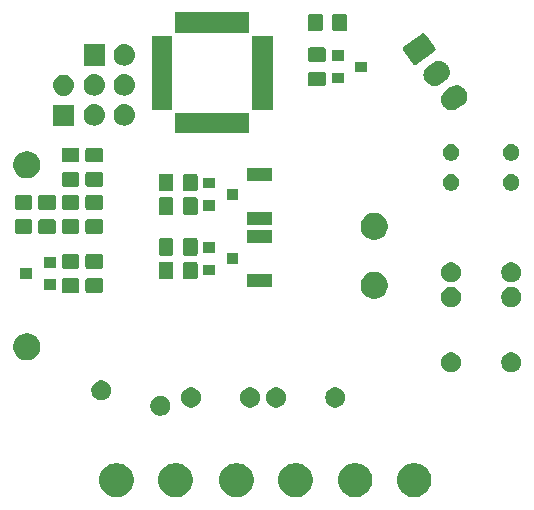
<source format=gbr>
G04 #@! TF.GenerationSoftware,KiCad,Pcbnew,5.0.2-bee76a0~70~ubuntu16.04.1*
G04 #@! TF.CreationDate,2019-02-12T18:50:20+01:00*
G04 #@! TF.ProjectId,MySensors_InCan,4d795365-6e73-46f7-9273-5f496e43616e,rev?*
G04 #@! TF.SameCoordinates,Original*
G04 #@! TF.FileFunction,Soldermask,Bot*
G04 #@! TF.FilePolarity,Negative*
%FSLAX46Y46*%
G04 Gerber Fmt 4.6, Leading zero omitted, Abs format (unit mm)*
G04 Created by KiCad (PCBNEW 5.0.2-bee76a0~70~ubuntu16.04.1) date wto, 12 lut 2019, 18:50:20*
%MOMM*%
%LPD*%
G01*
G04 APERTURE LIST*
%ADD10C,0.100000*%
G04 APERTURE END LIST*
D10*
G36*
X96306807Y-169608607D02*
X96306809Y-169608608D01*
X96306810Y-169608608D01*
X96404085Y-169648901D01*
X96570148Y-169717686D01*
X96807147Y-169876044D01*
X97008692Y-170077589D01*
X97167050Y-170314588D01*
X97276129Y-170577929D01*
X97331736Y-170857482D01*
X97331736Y-171142518D01*
X97276129Y-171422071D01*
X97167050Y-171685412D01*
X97008692Y-171922411D01*
X96807147Y-172123956D01*
X96570148Y-172282314D01*
X96404085Y-172351099D01*
X96306810Y-172391392D01*
X96306809Y-172391392D01*
X96306807Y-172391393D01*
X96027254Y-172447000D01*
X95742218Y-172447000D01*
X95462665Y-172391393D01*
X95462663Y-172391392D01*
X95462662Y-172391392D01*
X95365387Y-172351099D01*
X95199324Y-172282314D01*
X94962325Y-172123956D01*
X94760780Y-171922411D01*
X94602422Y-171685412D01*
X94493343Y-171422071D01*
X94437736Y-171142518D01*
X94437736Y-170857482D01*
X94493343Y-170577929D01*
X94602422Y-170314588D01*
X94760780Y-170077589D01*
X94962325Y-169876044D01*
X95199324Y-169717686D01*
X95365387Y-169648901D01*
X95462662Y-169608608D01*
X95462663Y-169608608D01*
X95462665Y-169608607D01*
X95742218Y-169553000D01*
X96027254Y-169553000D01*
X96306807Y-169608607D01*
X96306807Y-169608607D01*
G37*
G36*
X116522071Y-169608607D02*
X116522073Y-169608608D01*
X116522074Y-169608608D01*
X116619349Y-169648901D01*
X116785412Y-169717686D01*
X117022411Y-169876044D01*
X117223956Y-170077589D01*
X117382314Y-170314588D01*
X117491393Y-170577929D01*
X117547000Y-170857482D01*
X117547000Y-171142518D01*
X117491393Y-171422071D01*
X117382314Y-171685412D01*
X117223956Y-171922411D01*
X117022411Y-172123956D01*
X116785412Y-172282314D01*
X116619349Y-172351099D01*
X116522074Y-172391392D01*
X116522073Y-172391392D01*
X116522071Y-172391393D01*
X116242518Y-172447000D01*
X115957482Y-172447000D01*
X115677929Y-172391393D01*
X115677927Y-172391392D01*
X115677926Y-172391392D01*
X115580651Y-172351099D01*
X115414588Y-172282314D01*
X115177589Y-172123956D01*
X114976044Y-171922411D01*
X114817686Y-171685412D01*
X114708607Y-171422071D01*
X114653000Y-171142518D01*
X114653000Y-170857482D01*
X114708607Y-170577929D01*
X114817686Y-170314588D01*
X114976044Y-170077589D01*
X115177589Y-169876044D01*
X115414588Y-169717686D01*
X115580651Y-169648901D01*
X115677926Y-169608608D01*
X115677927Y-169608608D01*
X115677929Y-169608607D01*
X115957482Y-169553000D01*
X116242518Y-169553000D01*
X116522071Y-169608607D01*
X116522071Y-169608607D01*
G37*
G36*
X121522071Y-169608607D02*
X121522073Y-169608608D01*
X121522074Y-169608608D01*
X121619349Y-169648901D01*
X121785412Y-169717686D01*
X122022411Y-169876044D01*
X122223956Y-170077589D01*
X122382314Y-170314588D01*
X122491393Y-170577929D01*
X122547000Y-170857482D01*
X122547000Y-171142518D01*
X122491393Y-171422071D01*
X122382314Y-171685412D01*
X122223956Y-171922411D01*
X122022411Y-172123956D01*
X121785412Y-172282314D01*
X121619349Y-172351099D01*
X121522074Y-172391392D01*
X121522073Y-172391392D01*
X121522071Y-172391393D01*
X121242518Y-172447000D01*
X120957482Y-172447000D01*
X120677929Y-172391393D01*
X120677927Y-172391392D01*
X120677926Y-172391392D01*
X120580651Y-172351099D01*
X120414588Y-172282314D01*
X120177589Y-172123956D01*
X119976044Y-171922411D01*
X119817686Y-171685412D01*
X119708607Y-171422071D01*
X119653000Y-171142518D01*
X119653000Y-170857482D01*
X119708607Y-170577929D01*
X119817686Y-170314588D01*
X119976044Y-170077589D01*
X120177589Y-169876044D01*
X120414588Y-169717686D01*
X120580651Y-169648901D01*
X120677926Y-169608608D01*
X120677927Y-169608608D01*
X120677929Y-169608607D01*
X120957482Y-169553000D01*
X121242518Y-169553000D01*
X121522071Y-169608607D01*
X121522071Y-169608607D01*
G37*
G36*
X111466807Y-169608607D02*
X111466809Y-169608608D01*
X111466810Y-169608608D01*
X111564085Y-169648901D01*
X111730148Y-169717686D01*
X111967147Y-169876044D01*
X112168692Y-170077589D01*
X112327050Y-170314588D01*
X112436129Y-170577929D01*
X112491736Y-170857482D01*
X112491736Y-171142518D01*
X112436129Y-171422071D01*
X112327050Y-171685412D01*
X112168692Y-171922411D01*
X111967147Y-172123956D01*
X111730148Y-172282314D01*
X111564085Y-172351099D01*
X111466810Y-172391392D01*
X111466809Y-172391392D01*
X111466807Y-172391393D01*
X111187254Y-172447000D01*
X110902218Y-172447000D01*
X110622665Y-172391393D01*
X110622663Y-172391392D01*
X110622662Y-172391392D01*
X110525387Y-172351099D01*
X110359324Y-172282314D01*
X110122325Y-172123956D01*
X109920780Y-171922411D01*
X109762422Y-171685412D01*
X109653343Y-171422071D01*
X109597736Y-171142518D01*
X109597736Y-170857482D01*
X109653343Y-170577929D01*
X109762422Y-170314588D01*
X109920780Y-170077589D01*
X110122325Y-169876044D01*
X110359324Y-169717686D01*
X110525387Y-169648901D01*
X110622662Y-169608608D01*
X110622663Y-169608608D01*
X110622665Y-169608607D01*
X110902218Y-169553000D01*
X111187254Y-169553000D01*
X111466807Y-169608607D01*
X111466807Y-169608607D01*
G37*
G36*
X101306807Y-169608607D02*
X101306809Y-169608608D01*
X101306810Y-169608608D01*
X101404085Y-169648901D01*
X101570148Y-169717686D01*
X101807147Y-169876044D01*
X102008692Y-170077589D01*
X102167050Y-170314588D01*
X102276129Y-170577929D01*
X102331736Y-170857482D01*
X102331736Y-171142518D01*
X102276129Y-171422071D01*
X102167050Y-171685412D01*
X102008692Y-171922411D01*
X101807147Y-172123956D01*
X101570148Y-172282314D01*
X101404085Y-172351099D01*
X101306810Y-172391392D01*
X101306809Y-172391392D01*
X101306807Y-172391393D01*
X101027254Y-172447000D01*
X100742218Y-172447000D01*
X100462665Y-172391393D01*
X100462663Y-172391392D01*
X100462662Y-172391392D01*
X100365387Y-172351099D01*
X100199324Y-172282314D01*
X99962325Y-172123956D01*
X99760780Y-171922411D01*
X99602422Y-171685412D01*
X99493343Y-171422071D01*
X99437736Y-171142518D01*
X99437736Y-170857482D01*
X99493343Y-170577929D01*
X99602422Y-170314588D01*
X99760780Y-170077589D01*
X99962325Y-169876044D01*
X100199324Y-169717686D01*
X100365387Y-169648901D01*
X100462662Y-169608608D01*
X100462663Y-169608608D01*
X100462665Y-169608607D01*
X100742218Y-169553000D01*
X101027254Y-169553000D01*
X101306807Y-169608607D01*
X101306807Y-169608607D01*
G37*
G36*
X106466807Y-169608607D02*
X106466809Y-169608608D01*
X106466810Y-169608608D01*
X106564085Y-169648901D01*
X106730148Y-169717686D01*
X106967147Y-169876044D01*
X107168692Y-170077589D01*
X107327050Y-170314588D01*
X107436129Y-170577929D01*
X107491736Y-170857482D01*
X107491736Y-171142518D01*
X107436129Y-171422071D01*
X107327050Y-171685412D01*
X107168692Y-171922411D01*
X106967147Y-172123956D01*
X106730148Y-172282314D01*
X106564085Y-172351099D01*
X106466810Y-172391392D01*
X106466809Y-172391392D01*
X106466807Y-172391393D01*
X106187254Y-172447000D01*
X105902218Y-172447000D01*
X105622665Y-172391393D01*
X105622663Y-172391392D01*
X105622662Y-172391392D01*
X105525387Y-172351099D01*
X105359324Y-172282314D01*
X105122325Y-172123956D01*
X104920780Y-171922411D01*
X104762422Y-171685412D01*
X104653343Y-171422071D01*
X104597736Y-171142518D01*
X104597736Y-170857482D01*
X104653343Y-170577929D01*
X104762422Y-170314588D01*
X104920780Y-170077589D01*
X105122325Y-169876044D01*
X105359324Y-169717686D01*
X105525387Y-169648901D01*
X105622662Y-169608608D01*
X105622663Y-169608608D01*
X105622665Y-169608607D01*
X105902218Y-169553000D01*
X106187254Y-169553000D01*
X106466807Y-169608607D01*
X106466807Y-169608607D01*
G37*
G36*
X99847934Y-163882664D02*
X100002627Y-163946740D01*
X100141847Y-164039764D01*
X100260236Y-164158153D01*
X100353260Y-164297373D01*
X100417336Y-164452066D01*
X100450000Y-164616281D01*
X100450000Y-164783719D01*
X100417336Y-164947934D01*
X100353260Y-165102627D01*
X100260236Y-165241847D01*
X100141847Y-165360236D01*
X100002627Y-165453260D01*
X99847934Y-165517336D01*
X99683719Y-165550000D01*
X99516281Y-165550000D01*
X99352066Y-165517336D01*
X99197373Y-165453260D01*
X99058153Y-165360236D01*
X98939764Y-165241847D01*
X98846740Y-165102627D01*
X98782664Y-164947934D01*
X98750000Y-164783719D01*
X98750000Y-164616281D01*
X98782664Y-164452066D01*
X98846740Y-164297373D01*
X98939764Y-164158153D01*
X99058153Y-164039764D01*
X99197373Y-163946740D01*
X99352066Y-163882664D01*
X99516281Y-163850000D01*
X99683719Y-163850000D01*
X99847934Y-163882664D01*
X99847934Y-163882664D01*
G37*
G36*
X107447934Y-163182664D02*
X107602627Y-163246740D01*
X107741847Y-163339764D01*
X107860236Y-163458153D01*
X107953260Y-163597373D01*
X108017336Y-163752066D01*
X108050000Y-163916281D01*
X108050000Y-164083719D01*
X108017336Y-164247934D01*
X107953260Y-164402627D01*
X107860236Y-164541847D01*
X107741847Y-164660236D01*
X107602627Y-164753260D01*
X107447934Y-164817336D01*
X107283719Y-164850000D01*
X107116281Y-164850000D01*
X106952066Y-164817336D01*
X106797373Y-164753260D01*
X106658153Y-164660236D01*
X106539764Y-164541847D01*
X106446740Y-164402627D01*
X106382664Y-164247934D01*
X106350000Y-164083719D01*
X106350000Y-163916281D01*
X106382664Y-163752066D01*
X106446740Y-163597373D01*
X106539764Y-163458153D01*
X106658153Y-163339764D01*
X106797373Y-163246740D01*
X106952066Y-163182664D01*
X107116281Y-163150000D01*
X107283719Y-163150000D01*
X107447934Y-163182664D01*
X107447934Y-163182664D01*
G37*
G36*
X114647934Y-163182664D02*
X114802627Y-163246740D01*
X114941847Y-163339764D01*
X115060236Y-163458153D01*
X115153260Y-163597373D01*
X115217336Y-163752066D01*
X115250000Y-163916281D01*
X115250000Y-164083719D01*
X115217336Y-164247934D01*
X115153260Y-164402627D01*
X115060236Y-164541847D01*
X114941847Y-164660236D01*
X114802627Y-164753260D01*
X114647934Y-164817336D01*
X114483719Y-164850000D01*
X114316281Y-164850000D01*
X114152066Y-164817336D01*
X113997373Y-164753260D01*
X113858153Y-164660236D01*
X113739764Y-164541847D01*
X113646740Y-164402627D01*
X113582664Y-164247934D01*
X113550000Y-164083719D01*
X113550000Y-163916281D01*
X113582664Y-163752066D01*
X113646740Y-163597373D01*
X113739764Y-163458153D01*
X113858153Y-163339764D01*
X113997373Y-163246740D01*
X114152066Y-163182664D01*
X114316281Y-163150000D01*
X114483719Y-163150000D01*
X114647934Y-163182664D01*
X114647934Y-163182664D01*
G37*
G36*
X109647934Y-163182664D02*
X109802627Y-163246740D01*
X109941847Y-163339764D01*
X110060236Y-163458153D01*
X110153260Y-163597373D01*
X110217336Y-163752066D01*
X110250000Y-163916281D01*
X110250000Y-164083719D01*
X110217336Y-164247934D01*
X110153260Y-164402627D01*
X110060236Y-164541847D01*
X109941847Y-164660236D01*
X109802627Y-164753260D01*
X109647934Y-164817336D01*
X109483719Y-164850000D01*
X109316281Y-164850000D01*
X109152066Y-164817336D01*
X108997373Y-164753260D01*
X108858153Y-164660236D01*
X108739764Y-164541847D01*
X108646740Y-164402627D01*
X108582664Y-164247934D01*
X108550000Y-164083719D01*
X108550000Y-163916281D01*
X108582664Y-163752066D01*
X108646740Y-163597373D01*
X108739764Y-163458153D01*
X108858153Y-163339764D01*
X108997373Y-163246740D01*
X109152066Y-163182664D01*
X109316281Y-163150000D01*
X109483719Y-163150000D01*
X109647934Y-163182664D01*
X109647934Y-163182664D01*
G37*
G36*
X102447934Y-163182664D02*
X102602627Y-163246740D01*
X102741847Y-163339764D01*
X102860236Y-163458153D01*
X102953260Y-163597373D01*
X103017336Y-163752066D01*
X103050000Y-163916281D01*
X103050000Y-164083719D01*
X103017336Y-164247934D01*
X102953260Y-164402627D01*
X102860236Y-164541847D01*
X102741847Y-164660236D01*
X102602627Y-164753260D01*
X102447934Y-164817336D01*
X102283719Y-164850000D01*
X102116281Y-164850000D01*
X101952066Y-164817336D01*
X101797373Y-164753260D01*
X101658153Y-164660236D01*
X101539764Y-164541847D01*
X101446740Y-164402627D01*
X101382664Y-164247934D01*
X101350000Y-164083719D01*
X101350000Y-163916281D01*
X101382664Y-163752066D01*
X101446740Y-163597373D01*
X101539764Y-163458153D01*
X101658153Y-163339764D01*
X101797373Y-163246740D01*
X101952066Y-163182664D01*
X102116281Y-163150000D01*
X102283719Y-163150000D01*
X102447934Y-163182664D01*
X102447934Y-163182664D01*
G37*
G36*
X94847934Y-162582664D02*
X95002627Y-162646740D01*
X95141847Y-162739764D01*
X95260236Y-162858153D01*
X95353260Y-162997373D01*
X95417336Y-163152066D01*
X95450000Y-163316281D01*
X95450000Y-163483719D01*
X95417336Y-163647934D01*
X95353260Y-163802627D01*
X95260236Y-163941847D01*
X95141847Y-164060236D01*
X95002627Y-164153260D01*
X94847934Y-164217336D01*
X94683719Y-164250000D01*
X94516281Y-164250000D01*
X94352066Y-164217336D01*
X94197373Y-164153260D01*
X94058153Y-164060236D01*
X93939764Y-163941847D01*
X93846740Y-163802627D01*
X93782664Y-163647934D01*
X93750000Y-163483719D01*
X93750000Y-163316281D01*
X93782664Y-163152066D01*
X93846740Y-162997373D01*
X93939764Y-162858153D01*
X94058153Y-162739764D01*
X94197373Y-162646740D01*
X94352066Y-162582664D01*
X94516281Y-162550000D01*
X94683719Y-162550000D01*
X94847934Y-162582664D01*
X94847934Y-162582664D01*
G37*
G36*
X129547934Y-160212664D02*
X129702627Y-160276740D01*
X129841847Y-160369764D01*
X129960236Y-160488153D01*
X130053260Y-160627373D01*
X130117336Y-160782066D01*
X130150000Y-160946281D01*
X130150000Y-161113719D01*
X130117336Y-161277934D01*
X130053260Y-161432627D01*
X129960236Y-161571847D01*
X129841847Y-161690236D01*
X129702627Y-161783260D01*
X129547934Y-161847336D01*
X129383719Y-161880000D01*
X129216281Y-161880000D01*
X129052066Y-161847336D01*
X128897373Y-161783260D01*
X128758153Y-161690236D01*
X128639764Y-161571847D01*
X128546740Y-161432627D01*
X128482664Y-161277934D01*
X128450000Y-161113719D01*
X128450000Y-160946281D01*
X128482664Y-160782066D01*
X128546740Y-160627373D01*
X128639764Y-160488153D01*
X128758153Y-160369764D01*
X128897373Y-160276740D01*
X129052066Y-160212664D01*
X129216281Y-160180000D01*
X129383719Y-160180000D01*
X129547934Y-160212664D01*
X129547934Y-160212664D01*
G37*
G36*
X124447934Y-160212664D02*
X124602627Y-160276740D01*
X124741847Y-160369764D01*
X124860236Y-160488153D01*
X124953260Y-160627373D01*
X125017336Y-160782066D01*
X125050000Y-160946281D01*
X125050000Y-161113719D01*
X125017336Y-161277934D01*
X124953260Y-161432627D01*
X124860236Y-161571847D01*
X124741847Y-161690236D01*
X124602627Y-161783260D01*
X124447934Y-161847336D01*
X124283719Y-161880000D01*
X124116281Y-161880000D01*
X123952066Y-161847336D01*
X123797373Y-161783260D01*
X123658153Y-161690236D01*
X123539764Y-161571847D01*
X123446740Y-161432627D01*
X123382664Y-161277934D01*
X123350000Y-161113719D01*
X123350000Y-160946281D01*
X123382664Y-160782066D01*
X123446740Y-160627373D01*
X123539764Y-160488153D01*
X123658153Y-160369764D01*
X123797373Y-160276740D01*
X123952066Y-160212664D01*
X124116281Y-160180000D01*
X124283719Y-160180000D01*
X124447934Y-160212664D01*
X124447934Y-160212664D01*
G37*
G36*
X88635443Y-158594194D02*
X88844728Y-158680883D01*
X89033085Y-158806739D01*
X89193261Y-158966915D01*
X89319117Y-159155272D01*
X89405806Y-159364557D01*
X89450000Y-159586734D01*
X89450000Y-159813266D01*
X89405806Y-160035443D01*
X89319117Y-160244728D01*
X89193261Y-160433085D01*
X89033085Y-160593261D01*
X88844728Y-160719117D01*
X88635443Y-160805806D01*
X88413266Y-160850000D01*
X88186734Y-160850000D01*
X87964557Y-160805806D01*
X87755272Y-160719117D01*
X87566915Y-160593261D01*
X87406739Y-160433085D01*
X87280883Y-160244728D01*
X87194194Y-160035443D01*
X87150000Y-159813266D01*
X87150000Y-159586734D01*
X87194194Y-159364557D01*
X87280883Y-159155272D01*
X87406739Y-158966915D01*
X87566915Y-158806739D01*
X87755272Y-158680883D01*
X87964557Y-158594194D01*
X88186734Y-158550000D01*
X88413266Y-158550000D01*
X88635443Y-158594194D01*
X88635443Y-158594194D01*
G37*
G36*
X129547934Y-154682664D02*
X129702627Y-154746740D01*
X129841847Y-154839764D01*
X129960236Y-154958153D01*
X130053260Y-155097373D01*
X130117336Y-155252066D01*
X130150000Y-155416281D01*
X130150000Y-155583719D01*
X130117336Y-155747934D01*
X130053260Y-155902627D01*
X129960236Y-156041847D01*
X129841847Y-156160236D01*
X129702627Y-156253260D01*
X129547934Y-156317336D01*
X129383719Y-156350000D01*
X129216281Y-156350000D01*
X129052066Y-156317336D01*
X128897373Y-156253260D01*
X128758153Y-156160236D01*
X128639764Y-156041847D01*
X128546740Y-155902627D01*
X128482664Y-155747934D01*
X128450000Y-155583719D01*
X128450000Y-155416281D01*
X128482664Y-155252066D01*
X128546740Y-155097373D01*
X128639764Y-154958153D01*
X128758153Y-154839764D01*
X128897373Y-154746740D01*
X129052066Y-154682664D01*
X129216281Y-154650000D01*
X129383719Y-154650000D01*
X129547934Y-154682664D01*
X129547934Y-154682664D01*
G37*
G36*
X124447934Y-154682664D02*
X124602627Y-154746740D01*
X124741847Y-154839764D01*
X124860236Y-154958153D01*
X124953260Y-155097373D01*
X125017336Y-155252066D01*
X125050000Y-155416281D01*
X125050000Y-155583719D01*
X125017336Y-155747934D01*
X124953260Y-155902627D01*
X124860236Y-156041847D01*
X124741847Y-156160236D01*
X124602627Y-156253260D01*
X124447934Y-156317336D01*
X124283719Y-156350000D01*
X124116281Y-156350000D01*
X123952066Y-156317336D01*
X123797373Y-156253260D01*
X123658153Y-156160236D01*
X123539764Y-156041847D01*
X123446740Y-155902627D01*
X123382664Y-155747934D01*
X123350000Y-155583719D01*
X123350000Y-155416281D01*
X123382664Y-155252066D01*
X123446740Y-155097373D01*
X123539764Y-154958153D01*
X123658153Y-154839764D01*
X123797373Y-154746740D01*
X123952066Y-154682664D01*
X124116281Y-154650000D01*
X124283719Y-154650000D01*
X124447934Y-154682664D01*
X124447934Y-154682664D01*
G37*
G36*
X118035443Y-153394194D02*
X118244728Y-153480883D01*
X118433085Y-153606739D01*
X118593261Y-153766915D01*
X118719117Y-153955272D01*
X118805806Y-154164557D01*
X118850000Y-154386734D01*
X118850000Y-154613266D01*
X118805806Y-154835443D01*
X118719117Y-155044728D01*
X118593261Y-155233085D01*
X118433085Y-155393261D01*
X118244728Y-155519117D01*
X118035443Y-155605806D01*
X117813266Y-155650000D01*
X117586734Y-155650000D01*
X117364557Y-155605806D01*
X117155272Y-155519117D01*
X116966915Y-155393261D01*
X116806739Y-155233085D01*
X116680883Y-155044728D01*
X116594194Y-154835443D01*
X116550000Y-154613266D01*
X116550000Y-154386734D01*
X116594194Y-154164557D01*
X116680883Y-153955272D01*
X116806739Y-153766915D01*
X116966915Y-153606739D01*
X117155272Y-153480883D01*
X117364557Y-153394194D01*
X117586734Y-153350000D01*
X117813266Y-153350000D01*
X118035443Y-153394194D01*
X118035443Y-153394194D01*
G37*
G36*
X94588024Y-153904457D02*
X94625635Y-153915866D01*
X94660299Y-153934394D01*
X94690676Y-153959324D01*
X94715606Y-153989701D01*
X94734134Y-154024365D01*
X94745543Y-154061976D01*
X94750000Y-154107227D01*
X94750000Y-154942773D01*
X94745543Y-154988024D01*
X94734134Y-155025635D01*
X94715606Y-155060299D01*
X94690676Y-155090676D01*
X94660299Y-155115606D01*
X94625635Y-155134134D01*
X94588024Y-155145543D01*
X94542773Y-155150000D01*
X93457227Y-155150000D01*
X93411976Y-155145543D01*
X93374365Y-155134134D01*
X93339701Y-155115606D01*
X93309324Y-155090676D01*
X93284394Y-155060299D01*
X93265866Y-155025635D01*
X93254457Y-154988024D01*
X93250000Y-154942773D01*
X93250000Y-154107227D01*
X93254457Y-154061976D01*
X93265866Y-154024365D01*
X93284394Y-153989701D01*
X93309324Y-153959324D01*
X93339701Y-153934394D01*
X93374365Y-153915866D01*
X93411976Y-153904457D01*
X93457227Y-153900000D01*
X94542773Y-153900000D01*
X94588024Y-153904457D01*
X94588024Y-153904457D01*
G37*
G36*
X92588024Y-153904457D02*
X92625635Y-153915866D01*
X92660299Y-153934394D01*
X92690676Y-153959324D01*
X92715606Y-153989701D01*
X92734134Y-154024365D01*
X92745543Y-154061976D01*
X92750000Y-154107227D01*
X92750000Y-154942773D01*
X92745543Y-154988024D01*
X92734134Y-155025635D01*
X92715606Y-155060299D01*
X92690676Y-155090676D01*
X92660299Y-155115606D01*
X92625635Y-155134134D01*
X92588024Y-155145543D01*
X92542773Y-155150000D01*
X91457227Y-155150000D01*
X91411976Y-155145543D01*
X91374365Y-155134134D01*
X91339701Y-155115606D01*
X91309324Y-155090676D01*
X91284394Y-155060299D01*
X91265866Y-155025635D01*
X91254457Y-154988024D01*
X91250000Y-154942773D01*
X91250000Y-154107227D01*
X91254457Y-154061976D01*
X91265866Y-154024365D01*
X91284394Y-153989701D01*
X91309324Y-153959324D01*
X91339701Y-153934394D01*
X91374365Y-153915866D01*
X91411976Y-153904457D01*
X91457227Y-153900000D01*
X92542773Y-153900000D01*
X92588024Y-153904457D01*
X92588024Y-153904457D01*
G37*
G36*
X90750000Y-154900000D02*
X89750000Y-154900000D01*
X89750000Y-154000000D01*
X90750000Y-154000000D01*
X90750000Y-154900000D01*
X90750000Y-154900000D01*
G37*
G36*
X109049490Y-154649500D02*
X106950510Y-154649500D01*
X106950510Y-153548740D01*
X109049490Y-153548740D01*
X109049490Y-154649500D01*
X109049490Y-154649500D01*
G37*
G36*
X129547934Y-152592664D02*
X129702627Y-152656740D01*
X129841847Y-152749764D01*
X129960236Y-152868153D01*
X130053260Y-153007373D01*
X130117336Y-153162066D01*
X130150000Y-153326281D01*
X130150000Y-153493719D01*
X130117336Y-153657934D01*
X130053260Y-153812627D01*
X129960236Y-153951847D01*
X129841847Y-154070236D01*
X129702627Y-154163260D01*
X129547934Y-154227336D01*
X129383719Y-154260000D01*
X129216281Y-154260000D01*
X129052066Y-154227336D01*
X128897373Y-154163260D01*
X128758153Y-154070236D01*
X128639764Y-153951847D01*
X128546740Y-153812627D01*
X128482664Y-153657934D01*
X128450000Y-153493719D01*
X128450000Y-153326281D01*
X128482664Y-153162066D01*
X128546740Y-153007373D01*
X128639764Y-152868153D01*
X128758153Y-152749764D01*
X128897373Y-152656740D01*
X129052066Y-152592664D01*
X129216281Y-152560000D01*
X129383719Y-152560000D01*
X129547934Y-152592664D01*
X129547934Y-152592664D01*
G37*
G36*
X124447934Y-152592664D02*
X124602627Y-152656740D01*
X124741847Y-152749764D01*
X124860236Y-152868153D01*
X124953260Y-153007373D01*
X125017336Y-153162066D01*
X125050000Y-153326281D01*
X125050000Y-153493719D01*
X125017336Y-153657934D01*
X124953260Y-153812627D01*
X124860236Y-153951847D01*
X124741847Y-154070236D01*
X124602627Y-154163260D01*
X124447934Y-154227336D01*
X124283719Y-154260000D01*
X124116281Y-154260000D01*
X123952066Y-154227336D01*
X123797373Y-154163260D01*
X123658153Y-154070236D01*
X123539764Y-153951847D01*
X123446740Y-153812627D01*
X123382664Y-153657934D01*
X123350000Y-153493719D01*
X123350000Y-153326281D01*
X123382664Y-153162066D01*
X123446740Y-153007373D01*
X123539764Y-152868153D01*
X123658153Y-152749764D01*
X123797373Y-152656740D01*
X123952066Y-152592664D01*
X124116281Y-152560000D01*
X124283719Y-152560000D01*
X124447934Y-152592664D01*
X124447934Y-152592664D01*
G37*
G36*
X100538024Y-152504457D02*
X100575635Y-152515866D01*
X100610299Y-152534394D01*
X100640676Y-152559324D01*
X100665606Y-152589701D01*
X100684134Y-152624365D01*
X100695543Y-152661976D01*
X100700000Y-152707227D01*
X100700000Y-153792773D01*
X100695543Y-153838024D01*
X100684134Y-153875635D01*
X100665606Y-153910299D01*
X100640676Y-153940676D01*
X100610299Y-153965606D01*
X100575635Y-153984134D01*
X100538024Y-153995543D01*
X100492773Y-154000000D01*
X99657227Y-154000000D01*
X99611976Y-153995543D01*
X99574365Y-153984134D01*
X99539701Y-153965606D01*
X99509324Y-153940676D01*
X99484394Y-153910299D01*
X99465866Y-153875635D01*
X99454457Y-153838024D01*
X99450000Y-153792773D01*
X99450000Y-152707227D01*
X99454457Y-152661976D01*
X99465866Y-152624365D01*
X99484394Y-152589701D01*
X99509324Y-152559324D01*
X99539701Y-152534394D01*
X99574365Y-152515866D01*
X99611976Y-152504457D01*
X99657227Y-152500000D01*
X100492773Y-152500000D01*
X100538024Y-152504457D01*
X100538024Y-152504457D01*
G37*
G36*
X102588024Y-152504457D02*
X102625635Y-152515866D01*
X102660299Y-152534394D01*
X102690676Y-152559324D01*
X102715606Y-152589701D01*
X102734134Y-152624365D01*
X102745543Y-152661976D01*
X102750000Y-152707227D01*
X102750000Y-153792773D01*
X102745543Y-153838024D01*
X102734134Y-153875635D01*
X102715606Y-153910299D01*
X102690676Y-153940676D01*
X102660299Y-153965606D01*
X102625635Y-153984134D01*
X102588024Y-153995543D01*
X102542773Y-154000000D01*
X101707227Y-154000000D01*
X101661976Y-153995543D01*
X101624365Y-153984134D01*
X101589701Y-153965606D01*
X101559324Y-153940676D01*
X101534394Y-153910299D01*
X101515866Y-153875635D01*
X101504457Y-153838024D01*
X101500000Y-153792773D01*
X101500000Y-152707227D01*
X101504457Y-152661976D01*
X101515866Y-152624365D01*
X101534394Y-152589701D01*
X101559324Y-152559324D01*
X101589701Y-152534394D01*
X101624365Y-152515866D01*
X101661976Y-152504457D01*
X101707227Y-152500000D01*
X102542773Y-152500000D01*
X102588024Y-152504457D01*
X102588024Y-152504457D01*
G37*
G36*
X88750000Y-153950000D02*
X87750000Y-153950000D01*
X87750000Y-153050000D01*
X88750000Y-153050000D01*
X88750000Y-153950000D01*
X88750000Y-153950000D01*
G37*
G36*
X104200000Y-153650000D02*
X103200000Y-153650000D01*
X103200000Y-152750000D01*
X104200000Y-152750000D01*
X104200000Y-153650000D01*
X104200000Y-153650000D01*
G37*
G36*
X94588024Y-151854457D02*
X94625635Y-151865866D01*
X94660299Y-151884394D01*
X94690676Y-151909324D01*
X94715606Y-151939701D01*
X94734134Y-151974365D01*
X94745543Y-152011976D01*
X94750000Y-152057227D01*
X94750000Y-152892773D01*
X94745543Y-152938024D01*
X94734134Y-152975635D01*
X94715606Y-153010299D01*
X94690676Y-153040676D01*
X94660299Y-153065606D01*
X94625635Y-153084134D01*
X94588024Y-153095543D01*
X94542773Y-153100000D01*
X93457227Y-153100000D01*
X93411976Y-153095543D01*
X93374365Y-153084134D01*
X93339701Y-153065606D01*
X93309324Y-153040676D01*
X93284394Y-153010299D01*
X93265866Y-152975635D01*
X93254457Y-152938024D01*
X93250000Y-152892773D01*
X93250000Y-152057227D01*
X93254457Y-152011976D01*
X93265866Y-151974365D01*
X93284394Y-151939701D01*
X93309324Y-151909324D01*
X93339701Y-151884394D01*
X93374365Y-151865866D01*
X93411976Y-151854457D01*
X93457227Y-151850000D01*
X94542773Y-151850000D01*
X94588024Y-151854457D01*
X94588024Y-151854457D01*
G37*
G36*
X92588024Y-151854457D02*
X92625635Y-151865866D01*
X92660299Y-151884394D01*
X92690676Y-151909324D01*
X92715606Y-151939701D01*
X92734134Y-151974365D01*
X92745543Y-152011976D01*
X92750000Y-152057227D01*
X92750000Y-152892773D01*
X92745543Y-152938024D01*
X92734134Y-152975635D01*
X92715606Y-153010299D01*
X92690676Y-153040676D01*
X92660299Y-153065606D01*
X92625635Y-153084134D01*
X92588024Y-153095543D01*
X92542773Y-153100000D01*
X91457227Y-153100000D01*
X91411976Y-153095543D01*
X91374365Y-153084134D01*
X91339701Y-153065606D01*
X91309324Y-153040676D01*
X91284394Y-153010299D01*
X91265866Y-152975635D01*
X91254457Y-152938024D01*
X91250000Y-152892773D01*
X91250000Y-152057227D01*
X91254457Y-152011976D01*
X91265866Y-151974365D01*
X91284394Y-151939701D01*
X91309324Y-151909324D01*
X91339701Y-151884394D01*
X91374365Y-151865866D01*
X91411976Y-151854457D01*
X91457227Y-151850000D01*
X92542773Y-151850000D01*
X92588024Y-151854457D01*
X92588024Y-151854457D01*
G37*
G36*
X90750000Y-153000000D02*
X89750000Y-153000000D01*
X89750000Y-152100000D01*
X90750000Y-152100000D01*
X90750000Y-153000000D01*
X90750000Y-153000000D01*
G37*
G36*
X106200000Y-152700000D02*
X105200000Y-152700000D01*
X105200000Y-151800000D01*
X106200000Y-151800000D01*
X106200000Y-152700000D01*
X106200000Y-152700000D01*
G37*
G36*
X100538024Y-150504457D02*
X100575635Y-150515866D01*
X100610299Y-150534394D01*
X100640676Y-150559324D01*
X100665606Y-150589701D01*
X100684134Y-150624365D01*
X100695543Y-150661976D01*
X100700000Y-150707227D01*
X100700000Y-151792773D01*
X100695543Y-151838024D01*
X100684134Y-151875635D01*
X100665606Y-151910299D01*
X100640676Y-151940676D01*
X100610299Y-151965606D01*
X100575635Y-151984134D01*
X100538024Y-151995543D01*
X100492773Y-152000000D01*
X99657227Y-152000000D01*
X99611976Y-151995543D01*
X99574365Y-151984134D01*
X99539701Y-151965606D01*
X99509324Y-151940676D01*
X99484394Y-151910299D01*
X99465866Y-151875635D01*
X99454457Y-151838024D01*
X99450000Y-151792773D01*
X99450000Y-150707227D01*
X99454457Y-150661976D01*
X99465866Y-150624365D01*
X99484394Y-150589701D01*
X99509324Y-150559324D01*
X99539701Y-150534394D01*
X99574365Y-150515866D01*
X99611976Y-150504457D01*
X99657227Y-150500000D01*
X100492773Y-150500000D01*
X100538024Y-150504457D01*
X100538024Y-150504457D01*
G37*
G36*
X102588024Y-150504457D02*
X102625635Y-150515866D01*
X102660299Y-150534394D01*
X102690676Y-150559324D01*
X102715606Y-150589701D01*
X102734134Y-150624365D01*
X102745543Y-150661976D01*
X102750000Y-150707227D01*
X102750000Y-151792773D01*
X102745543Y-151838024D01*
X102734134Y-151875635D01*
X102715606Y-151910299D01*
X102690676Y-151940676D01*
X102660299Y-151965606D01*
X102625635Y-151984134D01*
X102588024Y-151995543D01*
X102542773Y-152000000D01*
X101707227Y-152000000D01*
X101661976Y-151995543D01*
X101624365Y-151984134D01*
X101589701Y-151965606D01*
X101559324Y-151940676D01*
X101534394Y-151910299D01*
X101515866Y-151875635D01*
X101504457Y-151838024D01*
X101500000Y-151792773D01*
X101500000Y-150707227D01*
X101504457Y-150661976D01*
X101515866Y-150624365D01*
X101534394Y-150589701D01*
X101559324Y-150559324D01*
X101589701Y-150534394D01*
X101624365Y-150515866D01*
X101661976Y-150504457D01*
X101707227Y-150500000D01*
X102542773Y-150500000D01*
X102588024Y-150504457D01*
X102588024Y-150504457D01*
G37*
G36*
X104200000Y-151750000D02*
X103200000Y-151750000D01*
X103200000Y-150850000D01*
X104200000Y-150850000D01*
X104200000Y-151750000D01*
X104200000Y-151750000D01*
G37*
G36*
X109049490Y-150951260D02*
X106950510Y-150951260D01*
X106950510Y-149850500D01*
X109049490Y-149850500D01*
X109049490Y-150951260D01*
X109049490Y-150951260D01*
G37*
G36*
X118035443Y-148394194D02*
X118244728Y-148480883D01*
X118433085Y-148606739D01*
X118593261Y-148766915D01*
X118719117Y-148955272D01*
X118805806Y-149164557D01*
X118850000Y-149386734D01*
X118850000Y-149613266D01*
X118805806Y-149835443D01*
X118719117Y-150044728D01*
X118593261Y-150233085D01*
X118433085Y-150393261D01*
X118244728Y-150519117D01*
X118035443Y-150605806D01*
X117813266Y-150650000D01*
X117586734Y-150650000D01*
X117364557Y-150605806D01*
X117155272Y-150519117D01*
X116966915Y-150393261D01*
X116806739Y-150233085D01*
X116680883Y-150044728D01*
X116594194Y-149835443D01*
X116550000Y-149613266D01*
X116550000Y-149386734D01*
X116594194Y-149164557D01*
X116680883Y-148955272D01*
X116806739Y-148766915D01*
X116966915Y-148606739D01*
X117155272Y-148480883D01*
X117364557Y-148394194D01*
X117586734Y-148350000D01*
X117813266Y-148350000D01*
X118035443Y-148394194D01*
X118035443Y-148394194D01*
G37*
G36*
X90588024Y-148904457D02*
X90625635Y-148915866D01*
X90660299Y-148934394D01*
X90690676Y-148959324D01*
X90715606Y-148989701D01*
X90734134Y-149024365D01*
X90745543Y-149061976D01*
X90750000Y-149107227D01*
X90750000Y-149942773D01*
X90745543Y-149988024D01*
X90734134Y-150025635D01*
X90715606Y-150060299D01*
X90690676Y-150090676D01*
X90660299Y-150115606D01*
X90625635Y-150134134D01*
X90588024Y-150145543D01*
X90542773Y-150150000D01*
X89457227Y-150150000D01*
X89411976Y-150145543D01*
X89374365Y-150134134D01*
X89339701Y-150115606D01*
X89309324Y-150090676D01*
X89284394Y-150060299D01*
X89265866Y-150025635D01*
X89254457Y-149988024D01*
X89250000Y-149942773D01*
X89250000Y-149107227D01*
X89254457Y-149061976D01*
X89265866Y-149024365D01*
X89284394Y-148989701D01*
X89309324Y-148959324D01*
X89339701Y-148934394D01*
X89374365Y-148915866D01*
X89411976Y-148904457D01*
X89457227Y-148900000D01*
X90542773Y-148900000D01*
X90588024Y-148904457D01*
X90588024Y-148904457D01*
G37*
G36*
X88588024Y-148904457D02*
X88625635Y-148915866D01*
X88660299Y-148934394D01*
X88690676Y-148959324D01*
X88715606Y-148989701D01*
X88734134Y-149024365D01*
X88745543Y-149061976D01*
X88750000Y-149107227D01*
X88750000Y-149942773D01*
X88745543Y-149988024D01*
X88734134Y-150025635D01*
X88715606Y-150060299D01*
X88690676Y-150090676D01*
X88660299Y-150115606D01*
X88625635Y-150134134D01*
X88588024Y-150145543D01*
X88542773Y-150150000D01*
X87457227Y-150150000D01*
X87411976Y-150145543D01*
X87374365Y-150134134D01*
X87339701Y-150115606D01*
X87309324Y-150090676D01*
X87284394Y-150060299D01*
X87265866Y-150025635D01*
X87254457Y-149988024D01*
X87250000Y-149942773D01*
X87250000Y-149107227D01*
X87254457Y-149061976D01*
X87265866Y-149024365D01*
X87284394Y-148989701D01*
X87309324Y-148959324D01*
X87339701Y-148934394D01*
X87374365Y-148915866D01*
X87411976Y-148904457D01*
X87457227Y-148900000D01*
X88542773Y-148900000D01*
X88588024Y-148904457D01*
X88588024Y-148904457D01*
G37*
G36*
X94588024Y-148904457D02*
X94625635Y-148915866D01*
X94660299Y-148934394D01*
X94690676Y-148959324D01*
X94715606Y-148989701D01*
X94734134Y-149024365D01*
X94745543Y-149061976D01*
X94750000Y-149107227D01*
X94750000Y-149942773D01*
X94745543Y-149988024D01*
X94734134Y-150025635D01*
X94715606Y-150060299D01*
X94690676Y-150090676D01*
X94660299Y-150115606D01*
X94625635Y-150134134D01*
X94588024Y-150145543D01*
X94542773Y-150150000D01*
X93457227Y-150150000D01*
X93411976Y-150145543D01*
X93374365Y-150134134D01*
X93339701Y-150115606D01*
X93309324Y-150090676D01*
X93284394Y-150060299D01*
X93265866Y-150025635D01*
X93254457Y-149988024D01*
X93250000Y-149942773D01*
X93250000Y-149107227D01*
X93254457Y-149061976D01*
X93265866Y-149024365D01*
X93284394Y-148989701D01*
X93309324Y-148959324D01*
X93339701Y-148934394D01*
X93374365Y-148915866D01*
X93411976Y-148904457D01*
X93457227Y-148900000D01*
X94542773Y-148900000D01*
X94588024Y-148904457D01*
X94588024Y-148904457D01*
G37*
G36*
X92588024Y-148904457D02*
X92625635Y-148915866D01*
X92660299Y-148934394D01*
X92690676Y-148959324D01*
X92715606Y-148989701D01*
X92734134Y-149024365D01*
X92745543Y-149061976D01*
X92750000Y-149107227D01*
X92750000Y-149942773D01*
X92745543Y-149988024D01*
X92734134Y-150025635D01*
X92715606Y-150060299D01*
X92690676Y-150090676D01*
X92660299Y-150115606D01*
X92625635Y-150134134D01*
X92588024Y-150145543D01*
X92542773Y-150150000D01*
X91457227Y-150150000D01*
X91411976Y-150145543D01*
X91374365Y-150134134D01*
X91339701Y-150115606D01*
X91309324Y-150090676D01*
X91284394Y-150060299D01*
X91265866Y-150025635D01*
X91254457Y-149988024D01*
X91250000Y-149942773D01*
X91250000Y-149107227D01*
X91254457Y-149061976D01*
X91265866Y-149024365D01*
X91284394Y-148989701D01*
X91309324Y-148959324D01*
X91339701Y-148934394D01*
X91374365Y-148915866D01*
X91411976Y-148904457D01*
X91457227Y-148900000D01*
X92542773Y-148900000D01*
X92588024Y-148904457D01*
X92588024Y-148904457D01*
G37*
G36*
X109049490Y-149399500D02*
X106950510Y-149399500D01*
X106950510Y-148298740D01*
X109049490Y-148298740D01*
X109049490Y-149399500D01*
X109049490Y-149399500D01*
G37*
G36*
X100538024Y-147054457D02*
X100575635Y-147065866D01*
X100610299Y-147084394D01*
X100640676Y-147109324D01*
X100665606Y-147139701D01*
X100684134Y-147174365D01*
X100695543Y-147211976D01*
X100700000Y-147257227D01*
X100700000Y-148342773D01*
X100695543Y-148388024D01*
X100684134Y-148425635D01*
X100665606Y-148460299D01*
X100640676Y-148490676D01*
X100610299Y-148515606D01*
X100575635Y-148534134D01*
X100538024Y-148545543D01*
X100492773Y-148550000D01*
X99657227Y-148550000D01*
X99611976Y-148545543D01*
X99574365Y-148534134D01*
X99539701Y-148515606D01*
X99509324Y-148490676D01*
X99484394Y-148460299D01*
X99465866Y-148425635D01*
X99454457Y-148388024D01*
X99450000Y-148342773D01*
X99450000Y-147257227D01*
X99454457Y-147211976D01*
X99465866Y-147174365D01*
X99484394Y-147139701D01*
X99509324Y-147109324D01*
X99539701Y-147084394D01*
X99574365Y-147065866D01*
X99611976Y-147054457D01*
X99657227Y-147050000D01*
X100492773Y-147050000D01*
X100538024Y-147054457D01*
X100538024Y-147054457D01*
G37*
G36*
X102588024Y-147054457D02*
X102625635Y-147065866D01*
X102660299Y-147084394D01*
X102690676Y-147109324D01*
X102715606Y-147139701D01*
X102734134Y-147174365D01*
X102745543Y-147211976D01*
X102750000Y-147257227D01*
X102750000Y-148342773D01*
X102745543Y-148388024D01*
X102734134Y-148425635D01*
X102715606Y-148460299D01*
X102690676Y-148490676D01*
X102660299Y-148515606D01*
X102625635Y-148534134D01*
X102588024Y-148545543D01*
X102542773Y-148550000D01*
X101707227Y-148550000D01*
X101661976Y-148545543D01*
X101624365Y-148534134D01*
X101589701Y-148515606D01*
X101559324Y-148490676D01*
X101534394Y-148460299D01*
X101515866Y-148425635D01*
X101504457Y-148388024D01*
X101500000Y-148342773D01*
X101500000Y-147257227D01*
X101504457Y-147211976D01*
X101515866Y-147174365D01*
X101534394Y-147139701D01*
X101559324Y-147109324D01*
X101589701Y-147084394D01*
X101624365Y-147065866D01*
X101661976Y-147054457D01*
X101707227Y-147050000D01*
X102542773Y-147050000D01*
X102588024Y-147054457D01*
X102588024Y-147054457D01*
G37*
G36*
X104200000Y-148200000D02*
X103200000Y-148200000D01*
X103200000Y-147300000D01*
X104200000Y-147300000D01*
X104200000Y-148200000D01*
X104200000Y-148200000D01*
G37*
G36*
X90588024Y-146854457D02*
X90625635Y-146865866D01*
X90660299Y-146884394D01*
X90690676Y-146909324D01*
X90715606Y-146939701D01*
X90734134Y-146974365D01*
X90745543Y-147011976D01*
X90750000Y-147057227D01*
X90750000Y-147892773D01*
X90745543Y-147938024D01*
X90734134Y-147975635D01*
X90715606Y-148010299D01*
X90690676Y-148040676D01*
X90660299Y-148065606D01*
X90625635Y-148084134D01*
X90588024Y-148095543D01*
X90542773Y-148100000D01*
X89457227Y-148100000D01*
X89411976Y-148095543D01*
X89374365Y-148084134D01*
X89339701Y-148065606D01*
X89309324Y-148040676D01*
X89284394Y-148010299D01*
X89265866Y-147975635D01*
X89254457Y-147938024D01*
X89250000Y-147892773D01*
X89250000Y-147057227D01*
X89254457Y-147011976D01*
X89265866Y-146974365D01*
X89284394Y-146939701D01*
X89309324Y-146909324D01*
X89339701Y-146884394D01*
X89374365Y-146865866D01*
X89411976Y-146854457D01*
X89457227Y-146850000D01*
X90542773Y-146850000D01*
X90588024Y-146854457D01*
X90588024Y-146854457D01*
G37*
G36*
X94588024Y-146854457D02*
X94625635Y-146865866D01*
X94660299Y-146884394D01*
X94690676Y-146909324D01*
X94715606Y-146939701D01*
X94734134Y-146974365D01*
X94745543Y-147011976D01*
X94750000Y-147057227D01*
X94750000Y-147892773D01*
X94745543Y-147938024D01*
X94734134Y-147975635D01*
X94715606Y-148010299D01*
X94690676Y-148040676D01*
X94660299Y-148065606D01*
X94625635Y-148084134D01*
X94588024Y-148095543D01*
X94542773Y-148100000D01*
X93457227Y-148100000D01*
X93411976Y-148095543D01*
X93374365Y-148084134D01*
X93339701Y-148065606D01*
X93309324Y-148040676D01*
X93284394Y-148010299D01*
X93265866Y-147975635D01*
X93254457Y-147938024D01*
X93250000Y-147892773D01*
X93250000Y-147057227D01*
X93254457Y-147011976D01*
X93265866Y-146974365D01*
X93284394Y-146939701D01*
X93309324Y-146909324D01*
X93339701Y-146884394D01*
X93374365Y-146865866D01*
X93411976Y-146854457D01*
X93457227Y-146850000D01*
X94542773Y-146850000D01*
X94588024Y-146854457D01*
X94588024Y-146854457D01*
G37*
G36*
X88588024Y-146854457D02*
X88625635Y-146865866D01*
X88660299Y-146884394D01*
X88690676Y-146909324D01*
X88715606Y-146939701D01*
X88734134Y-146974365D01*
X88745543Y-147011976D01*
X88750000Y-147057227D01*
X88750000Y-147892773D01*
X88745543Y-147938024D01*
X88734134Y-147975635D01*
X88715606Y-148010299D01*
X88690676Y-148040676D01*
X88660299Y-148065606D01*
X88625635Y-148084134D01*
X88588024Y-148095543D01*
X88542773Y-148100000D01*
X87457227Y-148100000D01*
X87411976Y-148095543D01*
X87374365Y-148084134D01*
X87339701Y-148065606D01*
X87309324Y-148040676D01*
X87284394Y-148010299D01*
X87265866Y-147975635D01*
X87254457Y-147938024D01*
X87250000Y-147892773D01*
X87250000Y-147057227D01*
X87254457Y-147011976D01*
X87265866Y-146974365D01*
X87284394Y-146939701D01*
X87309324Y-146909324D01*
X87339701Y-146884394D01*
X87374365Y-146865866D01*
X87411976Y-146854457D01*
X87457227Y-146850000D01*
X88542773Y-146850000D01*
X88588024Y-146854457D01*
X88588024Y-146854457D01*
G37*
G36*
X92588024Y-146854457D02*
X92625635Y-146865866D01*
X92660299Y-146884394D01*
X92690676Y-146909324D01*
X92715606Y-146939701D01*
X92734134Y-146974365D01*
X92745543Y-147011976D01*
X92750000Y-147057227D01*
X92750000Y-147892773D01*
X92745543Y-147938024D01*
X92734134Y-147975635D01*
X92715606Y-148010299D01*
X92690676Y-148040676D01*
X92660299Y-148065606D01*
X92625635Y-148084134D01*
X92588024Y-148095543D01*
X92542773Y-148100000D01*
X91457227Y-148100000D01*
X91411976Y-148095543D01*
X91374365Y-148084134D01*
X91339701Y-148065606D01*
X91309324Y-148040676D01*
X91284394Y-148010299D01*
X91265866Y-147975635D01*
X91254457Y-147938024D01*
X91250000Y-147892773D01*
X91250000Y-147057227D01*
X91254457Y-147011976D01*
X91265866Y-146974365D01*
X91284394Y-146939701D01*
X91309324Y-146909324D01*
X91339701Y-146884394D01*
X91374365Y-146865866D01*
X91411976Y-146854457D01*
X91457227Y-146850000D01*
X92542773Y-146850000D01*
X92588024Y-146854457D01*
X92588024Y-146854457D01*
G37*
G36*
X106200000Y-147250000D02*
X105200000Y-147250000D01*
X105200000Y-146350000D01*
X106200000Y-146350000D01*
X106200000Y-147250000D01*
X106200000Y-147250000D01*
G37*
G36*
X102588024Y-145054457D02*
X102625635Y-145065866D01*
X102660299Y-145084394D01*
X102690676Y-145109324D01*
X102715606Y-145139701D01*
X102734134Y-145174365D01*
X102745543Y-145211976D01*
X102750000Y-145257227D01*
X102750000Y-146342773D01*
X102745543Y-146388024D01*
X102734134Y-146425635D01*
X102715606Y-146460299D01*
X102690676Y-146490676D01*
X102660299Y-146515606D01*
X102625635Y-146534134D01*
X102588024Y-146545543D01*
X102542773Y-146550000D01*
X101707227Y-146550000D01*
X101661976Y-146545543D01*
X101624365Y-146534134D01*
X101589701Y-146515606D01*
X101559324Y-146490676D01*
X101534394Y-146460299D01*
X101515866Y-146425635D01*
X101504457Y-146388024D01*
X101500000Y-146342773D01*
X101500000Y-145257227D01*
X101504457Y-145211976D01*
X101515866Y-145174365D01*
X101534394Y-145139701D01*
X101559324Y-145109324D01*
X101589701Y-145084394D01*
X101624365Y-145065866D01*
X101661976Y-145054457D01*
X101707227Y-145050000D01*
X102542773Y-145050000D01*
X102588024Y-145054457D01*
X102588024Y-145054457D01*
G37*
G36*
X100538024Y-145054457D02*
X100575635Y-145065866D01*
X100610299Y-145084394D01*
X100640676Y-145109324D01*
X100665606Y-145139701D01*
X100684134Y-145174365D01*
X100695543Y-145211976D01*
X100700000Y-145257227D01*
X100700000Y-146342773D01*
X100695543Y-146388024D01*
X100684134Y-146425635D01*
X100665606Y-146460299D01*
X100640676Y-146490676D01*
X100610299Y-146515606D01*
X100575635Y-146534134D01*
X100538024Y-146545543D01*
X100492773Y-146550000D01*
X99657227Y-146550000D01*
X99611976Y-146545543D01*
X99574365Y-146534134D01*
X99539701Y-146515606D01*
X99509324Y-146490676D01*
X99484394Y-146460299D01*
X99465866Y-146425635D01*
X99454457Y-146388024D01*
X99450000Y-146342773D01*
X99450000Y-145257227D01*
X99454457Y-145211976D01*
X99465866Y-145174365D01*
X99484394Y-145139701D01*
X99509324Y-145109324D01*
X99539701Y-145084394D01*
X99574365Y-145065866D01*
X99611976Y-145054457D01*
X99657227Y-145050000D01*
X100492773Y-145050000D01*
X100538024Y-145054457D01*
X100538024Y-145054457D01*
G37*
G36*
X129504183Y-145116900D02*
X129631574Y-145169668D01*
X129746225Y-145246275D01*
X129843725Y-145343775D01*
X129920332Y-145458426D01*
X129973100Y-145585817D01*
X130000000Y-145721055D01*
X130000000Y-145858945D01*
X129973100Y-145994183D01*
X129927527Y-146104204D01*
X129920332Y-146121574D01*
X129843726Y-146236224D01*
X129746224Y-146333726D01*
X129631574Y-146410332D01*
X129504183Y-146463100D01*
X129368945Y-146490000D01*
X129231055Y-146490000D01*
X129095817Y-146463100D01*
X128968426Y-146410332D01*
X128853776Y-146333726D01*
X128756274Y-146236224D01*
X128679668Y-146121574D01*
X128672473Y-146104204D01*
X128626900Y-145994183D01*
X128600000Y-145858945D01*
X128600000Y-145721055D01*
X128626900Y-145585817D01*
X128679668Y-145458426D01*
X128756275Y-145343775D01*
X128853775Y-145246275D01*
X128968426Y-145169668D01*
X129095817Y-145116900D01*
X129231055Y-145090000D01*
X129368945Y-145090000D01*
X129504183Y-145116900D01*
X129504183Y-145116900D01*
G37*
G36*
X124404183Y-145116900D02*
X124531574Y-145169668D01*
X124646225Y-145246275D01*
X124743725Y-145343775D01*
X124820332Y-145458426D01*
X124873100Y-145585817D01*
X124900000Y-145721055D01*
X124900000Y-145858945D01*
X124873100Y-145994183D01*
X124827527Y-146104204D01*
X124820332Y-146121574D01*
X124743726Y-146236224D01*
X124646224Y-146333726D01*
X124531574Y-146410332D01*
X124404183Y-146463100D01*
X124268945Y-146490000D01*
X124131055Y-146490000D01*
X123995817Y-146463100D01*
X123868426Y-146410332D01*
X123753776Y-146333726D01*
X123656274Y-146236224D01*
X123579668Y-146121574D01*
X123572473Y-146104204D01*
X123526900Y-145994183D01*
X123500000Y-145858945D01*
X123500000Y-145721055D01*
X123526900Y-145585817D01*
X123579668Y-145458426D01*
X123656275Y-145343775D01*
X123753775Y-145246275D01*
X123868426Y-145169668D01*
X123995817Y-145116900D01*
X124131055Y-145090000D01*
X124268945Y-145090000D01*
X124404183Y-145116900D01*
X124404183Y-145116900D01*
G37*
G36*
X104200000Y-146300000D02*
X103200000Y-146300000D01*
X103200000Y-145400000D01*
X104200000Y-145400000D01*
X104200000Y-146300000D01*
X104200000Y-146300000D01*
G37*
G36*
X94588024Y-144904457D02*
X94625635Y-144915866D01*
X94660299Y-144934394D01*
X94690676Y-144959324D01*
X94715606Y-144989701D01*
X94734134Y-145024365D01*
X94745543Y-145061976D01*
X94750000Y-145107227D01*
X94750000Y-145942773D01*
X94745543Y-145988024D01*
X94734134Y-146025635D01*
X94715606Y-146060299D01*
X94690676Y-146090676D01*
X94660299Y-146115606D01*
X94625635Y-146134134D01*
X94588024Y-146145543D01*
X94542773Y-146150000D01*
X93457227Y-146150000D01*
X93411976Y-146145543D01*
X93374365Y-146134134D01*
X93339701Y-146115606D01*
X93309324Y-146090676D01*
X93284394Y-146060299D01*
X93265866Y-146025635D01*
X93254457Y-145988024D01*
X93250000Y-145942773D01*
X93250000Y-145107227D01*
X93254457Y-145061976D01*
X93265866Y-145024365D01*
X93284394Y-144989701D01*
X93309324Y-144959324D01*
X93339701Y-144934394D01*
X93374365Y-144915866D01*
X93411976Y-144904457D01*
X93457227Y-144900000D01*
X94542773Y-144900000D01*
X94588024Y-144904457D01*
X94588024Y-144904457D01*
G37*
G36*
X92588024Y-144904457D02*
X92625635Y-144915866D01*
X92660299Y-144934394D01*
X92690676Y-144959324D01*
X92715606Y-144989701D01*
X92734134Y-145024365D01*
X92745543Y-145061976D01*
X92750000Y-145107227D01*
X92750000Y-145942773D01*
X92745543Y-145988024D01*
X92734134Y-146025635D01*
X92715606Y-146060299D01*
X92690676Y-146090676D01*
X92660299Y-146115606D01*
X92625635Y-146134134D01*
X92588024Y-146145543D01*
X92542773Y-146150000D01*
X91457227Y-146150000D01*
X91411976Y-146145543D01*
X91374365Y-146134134D01*
X91339701Y-146115606D01*
X91309324Y-146090676D01*
X91284394Y-146060299D01*
X91265866Y-146025635D01*
X91254457Y-145988024D01*
X91250000Y-145942773D01*
X91250000Y-145107227D01*
X91254457Y-145061976D01*
X91265866Y-145024365D01*
X91284394Y-144989701D01*
X91309324Y-144959324D01*
X91339701Y-144934394D01*
X91374365Y-144915866D01*
X91411976Y-144904457D01*
X91457227Y-144900000D01*
X92542773Y-144900000D01*
X92588024Y-144904457D01*
X92588024Y-144904457D01*
G37*
G36*
X109049490Y-145701260D02*
X106950510Y-145701260D01*
X106950510Y-144600500D01*
X109049490Y-144600500D01*
X109049490Y-145701260D01*
X109049490Y-145701260D01*
G37*
G36*
X88635443Y-143194194D02*
X88844728Y-143280883D01*
X89033085Y-143406739D01*
X89193261Y-143566915D01*
X89319117Y-143755272D01*
X89405806Y-143964557D01*
X89450000Y-144186734D01*
X89450000Y-144413266D01*
X89405806Y-144635443D01*
X89319117Y-144844728D01*
X89193261Y-145033085D01*
X89033085Y-145193261D01*
X88844728Y-145319117D01*
X88635443Y-145405806D01*
X88413266Y-145450000D01*
X88186734Y-145450000D01*
X87964557Y-145405806D01*
X87755272Y-145319117D01*
X87566915Y-145193261D01*
X87406739Y-145033085D01*
X87280883Y-144844728D01*
X87194194Y-144635443D01*
X87150000Y-144413266D01*
X87150000Y-144186734D01*
X87194194Y-143964557D01*
X87280883Y-143755272D01*
X87406739Y-143566915D01*
X87566915Y-143406739D01*
X87755272Y-143280883D01*
X87964557Y-143194194D01*
X88186734Y-143150000D01*
X88413266Y-143150000D01*
X88635443Y-143194194D01*
X88635443Y-143194194D01*
G37*
G36*
X94588024Y-142854457D02*
X94625635Y-142865866D01*
X94660299Y-142884394D01*
X94690676Y-142909324D01*
X94715606Y-142939701D01*
X94734134Y-142974365D01*
X94745543Y-143011976D01*
X94750000Y-143057227D01*
X94750000Y-143892773D01*
X94745543Y-143938024D01*
X94734134Y-143975635D01*
X94715606Y-144010299D01*
X94690676Y-144040676D01*
X94660299Y-144065606D01*
X94625635Y-144084134D01*
X94588024Y-144095543D01*
X94542773Y-144100000D01*
X93457227Y-144100000D01*
X93411976Y-144095543D01*
X93374365Y-144084134D01*
X93339701Y-144065606D01*
X93309324Y-144040676D01*
X93284394Y-144010299D01*
X93265866Y-143975635D01*
X93254457Y-143938024D01*
X93250000Y-143892773D01*
X93250000Y-143057227D01*
X93254457Y-143011976D01*
X93265866Y-142974365D01*
X93284394Y-142939701D01*
X93309324Y-142909324D01*
X93339701Y-142884394D01*
X93374365Y-142865866D01*
X93411976Y-142854457D01*
X93457227Y-142850000D01*
X94542773Y-142850000D01*
X94588024Y-142854457D01*
X94588024Y-142854457D01*
G37*
G36*
X92588024Y-142854457D02*
X92625635Y-142865866D01*
X92660299Y-142884394D01*
X92690676Y-142909324D01*
X92715606Y-142939701D01*
X92734134Y-142974365D01*
X92745543Y-143011976D01*
X92750000Y-143057227D01*
X92750000Y-143892773D01*
X92745543Y-143938024D01*
X92734134Y-143975635D01*
X92715606Y-144010299D01*
X92690676Y-144040676D01*
X92660299Y-144065606D01*
X92625635Y-144084134D01*
X92588024Y-144095543D01*
X92542773Y-144100000D01*
X91457227Y-144100000D01*
X91411976Y-144095543D01*
X91374365Y-144084134D01*
X91339701Y-144065606D01*
X91309324Y-144040676D01*
X91284394Y-144010299D01*
X91265866Y-143975635D01*
X91254457Y-143938024D01*
X91250000Y-143892773D01*
X91250000Y-143057227D01*
X91254457Y-143011976D01*
X91265866Y-142974365D01*
X91284394Y-142939701D01*
X91309324Y-142909324D01*
X91339701Y-142884394D01*
X91374365Y-142865866D01*
X91411976Y-142854457D01*
X91457227Y-142850000D01*
X92542773Y-142850000D01*
X92588024Y-142854457D01*
X92588024Y-142854457D01*
G37*
G36*
X124404183Y-142576900D02*
X124531574Y-142629668D01*
X124646224Y-142706274D01*
X124743726Y-142803776D01*
X124778100Y-142855221D01*
X124820332Y-142918426D01*
X124873100Y-143045817D01*
X124900000Y-143181055D01*
X124900000Y-143318945D01*
X124873100Y-143454183D01*
X124826404Y-143566915D01*
X124820332Y-143581574D01*
X124743726Y-143696224D01*
X124646224Y-143793726D01*
X124531574Y-143870332D01*
X124404183Y-143923100D01*
X124268945Y-143950000D01*
X124131055Y-143950000D01*
X123995817Y-143923100D01*
X123868426Y-143870332D01*
X123753776Y-143793726D01*
X123656274Y-143696224D01*
X123579668Y-143581574D01*
X123573596Y-143566915D01*
X123526900Y-143454183D01*
X123500000Y-143318945D01*
X123500000Y-143181055D01*
X123526900Y-143045817D01*
X123579668Y-142918426D01*
X123621900Y-142855221D01*
X123656274Y-142803776D01*
X123753776Y-142706274D01*
X123868426Y-142629668D01*
X123995817Y-142576900D01*
X124131055Y-142550000D01*
X124268945Y-142550000D01*
X124404183Y-142576900D01*
X124404183Y-142576900D01*
G37*
G36*
X129504183Y-142576900D02*
X129631574Y-142629668D01*
X129746224Y-142706274D01*
X129843726Y-142803776D01*
X129878100Y-142855221D01*
X129920332Y-142918426D01*
X129973100Y-143045817D01*
X130000000Y-143181055D01*
X130000000Y-143318945D01*
X129973100Y-143454183D01*
X129926404Y-143566915D01*
X129920332Y-143581574D01*
X129843726Y-143696224D01*
X129746224Y-143793726D01*
X129631574Y-143870332D01*
X129504183Y-143923100D01*
X129368945Y-143950000D01*
X129231055Y-143950000D01*
X129095817Y-143923100D01*
X128968426Y-143870332D01*
X128853776Y-143793726D01*
X128756274Y-143696224D01*
X128679668Y-143581574D01*
X128673596Y-143566915D01*
X128626900Y-143454183D01*
X128600000Y-143318945D01*
X128600000Y-143181055D01*
X128626900Y-143045817D01*
X128679668Y-142918426D01*
X128721900Y-142855221D01*
X128756274Y-142803776D01*
X128853776Y-142706274D01*
X128968426Y-142629668D01*
X129095817Y-142576900D01*
X129231055Y-142550000D01*
X129368945Y-142550000D01*
X129504183Y-142576900D01*
X129504183Y-142576900D01*
G37*
G36*
X107125000Y-141600000D02*
X100875000Y-141600000D01*
X100875000Y-139900000D01*
X107125000Y-139900000D01*
X107125000Y-141600000D01*
X107125000Y-141600000D01*
G37*
G36*
X92300000Y-141000000D02*
X90500000Y-141000000D01*
X90500000Y-139200000D01*
X92300000Y-139200000D01*
X92300000Y-141000000D01*
X92300000Y-141000000D01*
G37*
G36*
X94176431Y-139193022D02*
X94346080Y-139244485D01*
X94502432Y-139328056D01*
X94639474Y-139440525D01*
X94751943Y-139577567D01*
X94835514Y-139733919D01*
X94886977Y-139903568D01*
X94904353Y-140080000D01*
X94886977Y-140256432D01*
X94835514Y-140426081D01*
X94751943Y-140582433D01*
X94639474Y-140719475D01*
X94502432Y-140831944D01*
X94346080Y-140915515D01*
X94176431Y-140966978D01*
X94044210Y-140980000D01*
X93955788Y-140980000D01*
X93823567Y-140966978D01*
X93653918Y-140915515D01*
X93497566Y-140831944D01*
X93360524Y-140719475D01*
X93248055Y-140582433D01*
X93164484Y-140426081D01*
X93113021Y-140256432D01*
X93095645Y-140080000D01*
X93113021Y-139903568D01*
X93164484Y-139733919D01*
X93248055Y-139577567D01*
X93360524Y-139440525D01*
X93497566Y-139328056D01*
X93653918Y-139244485D01*
X93823567Y-139193022D01*
X93955788Y-139180000D01*
X94044210Y-139180000D01*
X94176431Y-139193022D01*
X94176431Y-139193022D01*
G37*
G36*
X96716432Y-139193022D02*
X96886081Y-139244485D01*
X97042433Y-139328056D01*
X97179475Y-139440525D01*
X97291944Y-139577567D01*
X97375515Y-139733919D01*
X97426978Y-139903568D01*
X97444354Y-140080000D01*
X97426978Y-140256432D01*
X97375515Y-140426081D01*
X97291944Y-140582433D01*
X97179475Y-140719475D01*
X97042433Y-140831944D01*
X96886081Y-140915515D01*
X96716432Y-140966978D01*
X96584211Y-140980000D01*
X96495789Y-140980000D01*
X96363568Y-140966978D01*
X96193919Y-140915515D01*
X96037567Y-140831944D01*
X95900525Y-140719475D01*
X95788056Y-140582433D01*
X95704485Y-140426081D01*
X95653022Y-140256432D01*
X95635646Y-140080000D01*
X95653022Y-139903568D01*
X95704485Y-139733919D01*
X95788056Y-139577567D01*
X95900525Y-139440525D01*
X96037567Y-139328056D01*
X96193919Y-139244485D01*
X96363568Y-139193022D01*
X96495789Y-139180000D01*
X96584211Y-139180000D01*
X96716432Y-139193022D01*
X96716432Y-139193022D01*
G37*
G36*
X124745641Y-137569338D02*
X124805933Y-137573105D01*
X124981125Y-137619475D01*
X125143902Y-137699131D01*
X125258051Y-137786169D01*
X125288014Y-137809015D01*
X125407918Y-137944901D01*
X125499009Y-138101568D01*
X125524186Y-138175000D01*
X125557785Y-138272997D01*
X125581988Y-138452594D01*
X125570688Y-138633469D01*
X125524318Y-138808660D01*
X125444661Y-138971437D01*
X125444660Y-138971438D01*
X125334777Y-139115549D01*
X125239071Y-139200000D01*
X125232937Y-139205412D01*
X124906944Y-139440525D01*
X124786545Y-139527359D01*
X124669135Y-139595624D01*
X124583455Y-139625000D01*
X124497706Y-139654400D01*
X124318109Y-139678603D01*
X124318106Y-139678603D01*
X124137235Y-139667303D01*
X123962043Y-139620933D01*
X123799268Y-139541278D01*
X123752856Y-139505889D01*
X123655154Y-139431393D01*
X123535250Y-139295507D01*
X123444159Y-139138840D01*
X123385383Y-138967411D01*
X123361180Y-138787814D01*
X123372480Y-138606940D01*
X123418850Y-138431748D01*
X123498505Y-138268973D01*
X123551497Y-138199475D01*
X123608390Y-138124859D01*
X123710226Y-138035000D01*
X124124204Y-137736431D01*
X124156624Y-137713049D01*
X124205768Y-137684475D01*
X124274033Y-137644784D01*
X124445460Y-137586008D01*
X124505327Y-137577940D01*
X124625058Y-137561805D01*
X124625060Y-137561805D01*
X124745641Y-137569338D01*
X124745641Y-137569338D01*
G37*
G36*
X109100000Y-139625000D02*
X107400000Y-139625000D01*
X107400000Y-133375000D01*
X109100000Y-133375000D01*
X109100000Y-139625000D01*
X109100000Y-139625000D01*
G37*
G36*
X100600000Y-139625000D02*
X98900000Y-139625000D01*
X98900000Y-133375000D01*
X100600000Y-133375000D01*
X100600000Y-139625000D01*
X100600000Y-139625000D01*
G37*
G36*
X91576432Y-136673022D02*
X91746081Y-136724485D01*
X91902433Y-136808056D01*
X92039475Y-136920525D01*
X92151944Y-137057567D01*
X92235515Y-137213919D01*
X92286978Y-137383568D01*
X92304354Y-137560000D01*
X92286978Y-137736432D01*
X92235515Y-137906081D01*
X92151944Y-138062433D01*
X92039475Y-138199475D01*
X91902433Y-138311944D01*
X91746081Y-138395515D01*
X91576432Y-138446978D01*
X91444211Y-138460000D01*
X91355789Y-138460000D01*
X91223568Y-138446978D01*
X91053919Y-138395515D01*
X90897567Y-138311944D01*
X90760525Y-138199475D01*
X90648056Y-138062433D01*
X90564485Y-137906081D01*
X90513022Y-137736432D01*
X90495646Y-137560000D01*
X90513022Y-137383568D01*
X90564485Y-137213919D01*
X90648056Y-137057567D01*
X90760525Y-136920525D01*
X90897567Y-136808056D01*
X91053919Y-136724485D01*
X91223568Y-136673022D01*
X91355789Y-136660000D01*
X91444211Y-136660000D01*
X91576432Y-136673022D01*
X91576432Y-136673022D01*
G37*
G36*
X96716432Y-136653022D02*
X96886081Y-136704485D01*
X97042433Y-136788056D01*
X97179475Y-136900525D01*
X97291944Y-137037567D01*
X97375515Y-137193919D01*
X97426978Y-137363568D01*
X97444354Y-137540000D01*
X97426978Y-137716432D01*
X97375515Y-137886081D01*
X97291944Y-138042433D01*
X97179475Y-138179475D01*
X97042433Y-138291944D01*
X96886081Y-138375515D01*
X96716432Y-138426978D01*
X96584211Y-138440000D01*
X96495789Y-138440000D01*
X96363568Y-138426978D01*
X96193919Y-138375515D01*
X96037567Y-138291944D01*
X95900525Y-138179475D01*
X95788056Y-138042433D01*
X95704485Y-137886081D01*
X95653022Y-137716432D01*
X95635646Y-137540000D01*
X95653022Y-137363568D01*
X95704485Y-137193919D01*
X95788056Y-137037567D01*
X95900525Y-136900525D01*
X96037567Y-136788056D01*
X96193919Y-136704485D01*
X96363568Y-136653022D01*
X96495789Y-136640000D01*
X96584211Y-136640000D01*
X96716432Y-136653022D01*
X96716432Y-136653022D01*
G37*
G36*
X94176432Y-136653022D02*
X94346081Y-136704485D01*
X94502433Y-136788056D01*
X94639475Y-136900525D01*
X94751944Y-137037567D01*
X94835515Y-137193919D01*
X94886978Y-137363568D01*
X94904354Y-137540000D01*
X94886978Y-137716432D01*
X94835515Y-137886081D01*
X94751944Y-138042433D01*
X94639475Y-138179475D01*
X94502433Y-138291944D01*
X94346081Y-138375515D01*
X94176432Y-138426978D01*
X94044211Y-138440000D01*
X93955789Y-138440000D01*
X93823568Y-138426978D01*
X93653919Y-138375515D01*
X93497567Y-138291944D01*
X93360525Y-138179475D01*
X93248056Y-138042433D01*
X93164485Y-137886081D01*
X93113022Y-137716432D01*
X93095646Y-137540000D01*
X93113022Y-137363568D01*
X93164485Y-137193919D01*
X93248056Y-137037567D01*
X93360525Y-136900525D01*
X93497567Y-136788056D01*
X93653919Y-136704485D01*
X93823568Y-136653022D01*
X93955789Y-136640000D01*
X94044211Y-136640000D01*
X94176432Y-136653022D01*
X94176432Y-136653022D01*
G37*
G36*
X113443770Y-136415538D02*
X113481381Y-136426947D01*
X113516045Y-136445475D01*
X113546422Y-136470405D01*
X113571352Y-136500782D01*
X113589880Y-136535446D01*
X113601289Y-136573057D01*
X113605746Y-136618308D01*
X113605746Y-137453854D01*
X113601289Y-137499105D01*
X113589880Y-137536716D01*
X113571352Y-137571380D01*
X113546422Y-137601757D01*
X113516045Y-137626687D01*
X113481381Y-137645215D01*
X113443770Y-137656624D01*
X113398519Y-137661081D01*
X112312973Y-137661081D01*
X112267722Y-137656624D01*
X112230111Y-137645215D01*
X112195447Y-137626687D01*
X112165070Y-137601757D01*
X112140140Y-137571380D01*
X112121612Y-137536716D01*
X112110203Y-137499105D01*
X112105746Y-137453854D01*
X112105746Y-136618308D01*
X112110203Y-136573057D01*
X112121612Y-136535446D01*
X112140140Y-136500782D01*
X112165070Y-136470405D01*
X112195447Y-136445475D01*
X112230111Y-136426947D01*
X112267722Y-136415538D01*
X112312973Y-136411081D01*
X113398519Y-136411081D01*
X113443770Y-136415538D01*
X113443770Y-136415538D01*
G37*
G36*
X123259849Y-135509236D02*
X123320141Y-135513003D01*
X123495333Y-135559373D01*
X123658110Y-135639029D01*
X123743924Y-135704462D01*
X123802222Y-135748913D01*
X123878638Y-135835515D01*
X123922127Y-135884800D01*
X123960254Y-135950376D01*
X124013217Y-136041466D01*
X124070613Y-136208869D01*
X124071993Y-136212895D01*
X124093387Y-136371646D01*
X124096196Y-136392495D01*
X124090062Y-136490671D01*
X124084896Y-136573367D01*
X124038526Y-136748558D01*
X123958869Y-136911335D01*
X123848987Y-137055445D01*
X123747145Y-137145310D01*
X123428671Y-137375000D01*
X123300753Y-137467257D01*
X123183343Y-137535522D01*
X123036093Y-137586008D01*
X123011914Y-137594298D01*
X122832317Y-137618501D01*
X122832314Y-137618501D01*
X122651443Y-137607201D01*
X122630875Y-137601757D01*
X122476251Y-137560831D01*
X122313476Y-137481176D01*
X122221547Y-137411081D01*
X122169362Y-137371291D01*
X122049458Y-137235405D01*
X121958367Y-137078738D01*
X121899591Y-136907309D01*
X121886216Y-136808057D01*
X121875388Y-136727712D01*
X121875590Y-136724486D01*
X121886688Y-136546838D01*
X121898878Y-136500782D01*
X121933058Y-136371646D01*
X122012713Y-136208871D01*
X122033804Y-136181211D01*
X122122598Y-136064757D01*
X122224434Y-135974898D01*
X122670831Y-135652948D01*
X122670832Y-135652947D01*
X122742838Y-135611081D01*
X122788241Y-135584682D01*
X122959668Y-135525906D01*
X123019535Y-135517838D01*
X123139266Y-135501703D01*
X123139268Y-135501703D01*
X123259849Y-135509236D01*
X123259849Y-135509236D01*
G37*
G36*
X115105746Y-137411081D02*
X114105746Y-137411081D01*
X114105746Y-136511081D01*
X115105746Y-136511081D01*
X115105746Y-137411081D01*
X115105746Y-137411081D01*
G37*
G36*
X117105746Y-136461081D02*
X116105746Y-136461081D01*
X116105746Y-135561081D01*
X117105746Y-135561081D01*
X117105746Y-136461081D01*
X117105746Y-136461081D01*
G37*
G36*
X96716432Y-134113022D02*
X96886081Y-134164485D01*
X97042433Y-134248056D01*
X97179475Y-134360525D01*
X97291944Y-134497567D01*
X97375515Y-134653919D01*
X97426978Y-134823568D01*
X97444354Y-135000000D01*
X97426978Y-135176432D01*
X97375515Y-135346081D01*
X97291944Y-135502433D01*
X97179475Y-135639475D01*
X97042433Y-135751944D01*
X96886081Y-135835515D01*
X96716432Y-135886978D01*
X96584211Y-135900000D01*
X96495789Y-135900000D01*
X96363568Y-135886978D01*
X96193919Y-135835515D01*
X96037567Y-135751944D01*
X95900525Y-135639475D01*
X95788056Y-135502433D01*
X95704485Y-135346081D01*
X95653022Y-135176432D01*
X95635646Y-135000000D01*
X95653022Y-134823568D01*
X95704485Y-134653919D01*
X95788056Y-134497567D01*
X95900525Y-134360525D01*
X96037567Y-134248056D01*
X96193919Y-134164485D01*
X96363568Y-134113022D01*
X96495789Y-134100000D01*
X96584211Y-134100000D01*
X96716432Y-134113022D01*
X96716432Y-134113022D01*
G37*
G36*
X94900000Y-135900000D02*
X93100000Y-135900000D01*
X93100000Y-134100000D01*
X94900000Y-134100000D01*
X94900000Y-135900000D01*
X94900000Y-135900000D01*
G37*
G36*
X121882859Y-133153389D02*
X121915962Y-133162151D01*
X121946719Y-133177202D01*
X121973949Y-133197964D01*
X122000690Y-133228270D01*
X122049205Y-133295538D01*
X122736184Y-134248057D01*
X122864758Y-134426330D01*
X122885071Y-134461267D01*
X122896177Y-134493659D01*
X122900750Y-134527593D01*
X122898615Y-134561774D01*
X122889853Y-134594876D01*
X122874802Y-134625633D01*
X122854038Y-134652866D01*
X122823734Y-134679605D01*
X122134868Y-135176431D01*
X121336902Y-135751943D01*
X121252585Y-135812754D01*
X121217648Y-135833067D01*
X121185256Y-135844173D01*
X121151322Y-135848746D01*
X121117141Y-135846611D01*
X121084038Y-135837849D01*
X121053281Y-135822798D01*
X121026051Y-135802036D01*
X120999310Y-135771730D01*
X120135242Y-134573670D01*
X120114929Y-134538733D01*
X120103823Y-134506341D01*
X120099250Y-134472407D01*
X120101385Y-134438226D01*
X120110147Y-134405124D01*
X120125198Y-134374367D01*
X120145962Y-134347134D01*
X120176266Y-134320395D01*
X121487088Y-133375000D01*
X121680143Y-133235764D01*
X121680144Y-133235763D01*
X121747415Y-133187246D01*
X121782352Y-133166933D01*
X121814744Y-133155827D01*
X121848678Y-133151254D01*
X121882859Y-133153389D01*
X121882859Y-133153389D01*
G37*
G36*
X113443770Y-134365538D02*
X113481381Y-134376947D01*
X113516045Y-134395475D01*
X113546422Y-134420405D01*
X113571352Y-134450782D01*
X113589880Y-134485446D01*
X113601289Y-134523057D01*
X113605746Y-134568308D01*
X113605746Y-135403854D01*
X113601289Y-135449105D01*
X113589880Y-135486716D01*
X113571352Y-135521380D01*
X113546422Y-135551757D01*
X113516045Y-135576687D01*
X113481381Y-135595215D01*
X113443770Y-135606624D01*
X113398519Y-135611081D01*
X112312973Y-135611081D01*
X112267722Y-135606624D01*
X112230111Y-135595215D01*
X112195447Y-135576687D01*
X112165070Y-135551757D01*
X112140140Y-135521380D01*
X112121612Y-135486716D01*
X112110203Y-135449105D01*
X112105746Y-135403854D01*
X112105746Y-134568308D01*
X112110203Y-134523057D01*
X112121612Y-134485446D01*
X112140140Y-134450782D01*
X112165070Y-134420405D01*
X112195447Y-134395475D01*
X112230111Y-134376947D01*
X112267722Y-134365538D01*
X112312973Y-134361081D01*
X113398519Y-134361081D01*
X113443770Y-134365538D01*
X113443770Y-134365538D01*
G37*
G36*
X115105746Y-135511081D02*
X114105746Y-135511081D01*
X114105746Y-134611081D01*
X115105746Y-134611081D01*
X115105746Y-135511081D01*
X115105746Y-135511081D01*
G37*
G36*
X107125000Y-133100000D02*
X100875000Y-133100000D01*
X100875000Y-131400000D01*
X107125000Y-131400000D01*
X107125000Y-133100000D01*
X107125000Y-133100000D01*
G37*
G36*
X115238024Y-131504457D02*
X115275635Y-131515866D01*
X115310299Y-131534394D01*
X115340676Y-131559324D01*
X115365606Y-131589701D01*
X115384134Y-131624365D01*
X115395543Y-131661976D01*
X115400000Y-131707227D01*
X115400000Y-132792773D01*
X115395543Y-132838024D01*
X115384134Y-132875635D01*
X115365606Y-132910299D01*
X115340676Y-132940676D01*
X115310299Y-132965606D01*
X115275635Y-132984134D01*
X115238024Y-132995543D01*
X115192773Y-133000000D01*
X114357227Y-133000000D01*
X114311976Y-132995543D01*
X114274365Y-132984134D01*
X114239701Y-132965606D01*
X114209324Y-132940676D01*
X114184394Y-132910299D01*
X114165866Y-132875635D01*
X114154457Y-132838024D01*
X114150000Y-132792773D01*
X114150000Y-131707227D01*
X114154457Y-131661976D01*
X114165866Y-131624365D01*
X114184394Y-131589701D01*
X114209324Y-131559324D01*
X114239701Y-131534394D01*
X114274365Y-131515866D01*
X114311976Y-131504457D01*
X114357227Y-131500000D01*
X115192773Y-131500000D01*
X115238024Y-131504457D01*
X115238024Y-131504457D01*
G37*
G36*
X113188024Y-131504457D02*
X113225635Y-131515866D01*
X113260299Y-131534394D01*
X113290676Y-131559324D01*
X113315606Y-131589701D01*
X113334134Y-131624365D01*
X113345543Y-131661976D01*
X113350000Y-131707227D01*
X113350000Y-132792773D01*
X113345543Y-132838024D01*
X113334134Y-132875635D01*
X113315606Y-132910299D01*
X113290676Y-132940676D01*
X113260299Y-132965606D01*
X113225635Y-132984134D01*
X113188024Y-132995543D01*
X113142773Y-133000000D01*
X112307227Y-133000000D01*
X112261976Y-132995543D01*
X112224365Y-132984134D01*
X112189701Y-132965606D01*
X112159324Y-132940676D01*
X112134394Y-132910299D01*
X112115866Y-132875635D01*
X112104457Y-132838024D01*
X112100000Y-132792773D01*
X112100000Y-131707227D01*
X112104457Y-131661976D01*
X112115866Y-131624365D01*
X112134394Y-131589701D01*
X112159324Y-131559324D01*
X112189701Y-131534394D01*
X112224365Y-131515866D01*
X112261976Y-131504457D01*
X112307227Y-131500000D01*
X113142773Y-131500000D01*
X113188024Y-131504457D01*
X113188024Y-131504457D01*
G37*
M02*

</source>
